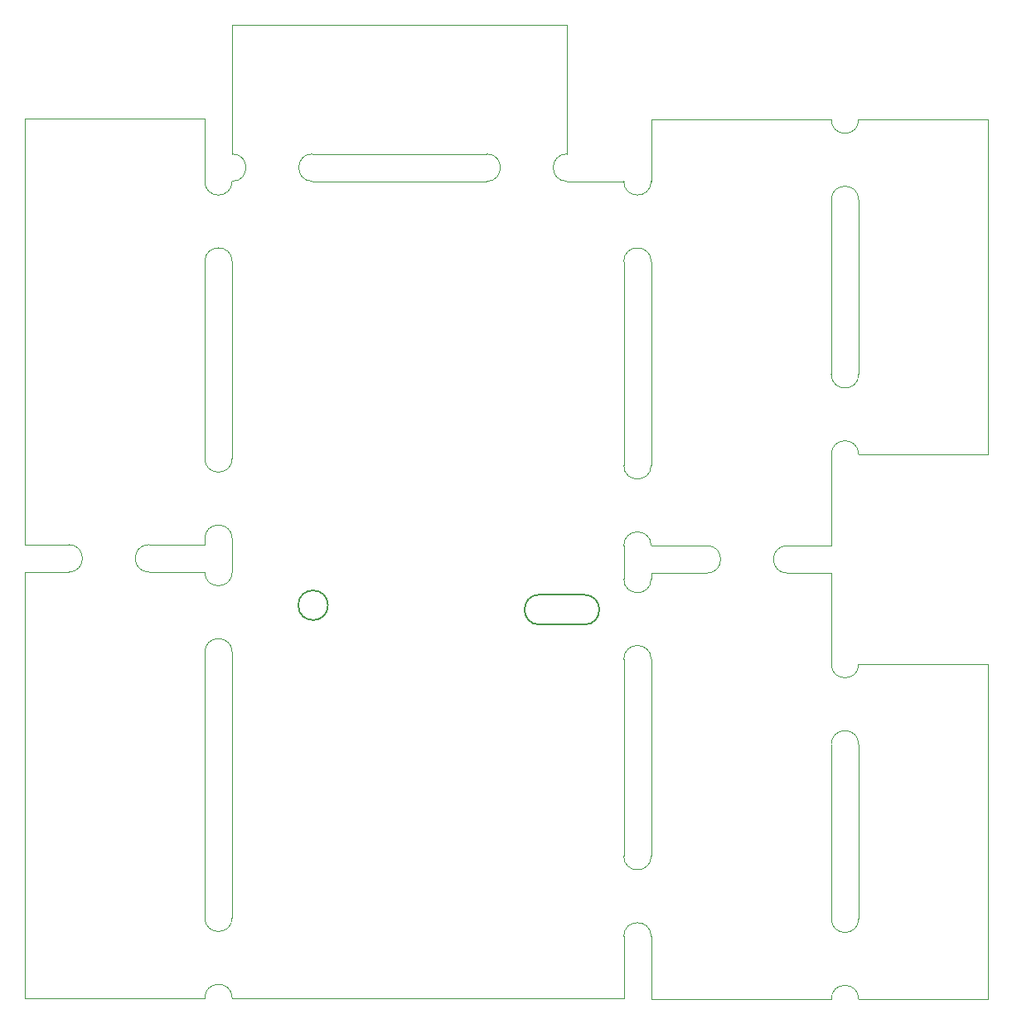
<source format=gbr>
%TF.GenerationSoftware,KiCad,Pcbnew,(6.0.1)*%
%TF.CreationDate,2022-04-04T10:53:51-04:00*%
%TF.ProjectId,arduino_usb_c,61726475-696e-46f5-9f75-73625f632e6b,rev?*%
%TF.SameCoordinates,Original*%
%TF.FileFunction,Profile,NP*%
%FSLAX46Y46*%
G04 Gerber Fmt 4.6, Leading zero omitted, Abs format (unit mm)*
G04 Created by KiCad (PCBNEW (6.0.1)) date 2022-04-04 10:53:51*
%MOMM*%
%LPD*%
G01*
G04 APERTURE LIST*
%TA.AperFunction,Profile*%
%ADD10C,0.100000*%
%TD*%
%TA.AperFunction,Profile*%
%ADD11C,0.200000*%
%TD*%
%TA.AperFunction,Profile*%
%ADD12C,0.120000*%
%TD*%
G04 APERTURE END LIST*
D10*
X184000000Y-96800000D02*
X184000000Y-106103327D01*
X200000000Y-96800000D02*
X186800000Y-96800000D01*
X179500000Y-106103327D02*
X184000000Y-106103327D01*
X122800000Y-117000000D02*
X122800000Y-144100000D01*
X162800000Y-97903327D02*
X162800000Y-77100000D01*
X122800000Y-105400000D02*
X122800000Y-108800000D01*
D11*
X154203400Y-114172000D02*
X158775400Y-114172000D01*
D10*
X122800000Y-66100000D02*
X122800000Y-52900000D01*
X120000000Y-108800000D02*
X114300000Y-108800000D01*
D11*
X132578871Y-112190800D02*
G75*
G03*
X132578871Y-112190800I-1514871J0D01*
G01*
D10*
X184000000Y-152400000D02*
X165603250Y-152373727D01*
X165600000Y-77100000D02*
X165600000Y-97903327D01*
X165600000Y-68900000D02*
X165600000Y-62603327D01*
X157000000Y-52900000D02*
X157000000Y-66100000D01*
X106100000Y-108800000D02*
X101600000Y-108800000D01*
D11*
X158775400Y-114172000D02*
G75*
G03*
X158775400Y-111124000I0J1524000D01*
G01*
D10*
X157000000Y-68900000D02*
X162800000Y-68900000D01*
X122800000Y-97200000D02*
X122800000Y-77100000D01*
X119996750Y-106029600D02*
X120000000Y-105400000D01*
X122800000Y-52900000D02*
X157000000Y-52900000D01*
X101596750Y-106029600D02*
X106100000Y-106000000D01*
X120000000Y-77100000D02*
X120000000Y-97200000D01*
X184000000Y-70800000D02*
X184000000Y-88600000D01*
X186800000Y-118200000D02*
X200000000Y-118200000D01*
X120000000Y-144100000D02*
X120000000Y-117000000D01*
X131000000Y-66100000D02*
X148800000Y-66100000D01*
D11*
X158775400Y-111124000D02*
X154203400Y-111102979D01*
D10*
X162800000Y-109503327D02*
X162800000Y-106103327D01*
X184000000Y-126400000D02*
X184000000Y-144200000D01*
X165600000Y-146003327D02*
X165603250Y-152373727D01*
X186800000Y-126400000D02*
X186800000Y-144200000D01*
X165600000Y-106103327D02*
X171300000Y-106103327D01*
X101596750Y-62529600D02*
X101596750Y-106029600D01*
X120000000Y-152300000D02*
X101600000Y-152300000D01*
X184003250Y-108873727D02*
X184000000Y-118200000D01*
X165600000Y-137803327D02*
X165600000Y-117703327D01*
X114300000Y-106000000D02*
X119996750Y-106029600D01*
X171300000Y-108903327D02*
X165603250Y-108873727D01*
X186800000Y-62600000D02*
X200000000Y-62600000D01*
X165603250Y-108873727D02*
X165600000Y-109503327D01*
X184003250Y-108873727D02*
X179500000Y-108903327D01*
X120000000Y-68900000D02*
X119996750Y-62529600D01*
X162800000Y-152300000D02*
X122800000Y-152300000D01*
X101596750Y-62529600D02*
X119996750Y-62529600D01*
X200000000Y-118200000D02*
X200000000Y-152400000D01*
X186800000Y-70800000D02*
X186800000Y-88600000D01*
X165600000Y-62603327D02*
X184000000Y-62603327D01*
X131000000Y-68900000D02*
X148800000Y-68900000D01*
X200000000Y-152400000D02*
X186800000Y-152400000D01*
X162800000Y-146003327D02*
X162800000Y-152300000D01*
D11*
X154203400Y-111102978D02*
G75*
G03*
X154203400Y-114172000I2J-1534511D01*
G01*
D10*
X162800000Y-117703327D02*
X162800000Y-137803327D01*
X101600000Y-152300000D02*
X101600000Y-108800000D01*
X200000000Y-62600000D02*
X200000000Y-96800000D01*
D12*
%TO.C,REF\u002A\u002A*%
X186800000Y-96800000D02*
G75*
G03*
X184000000Y-96800000I-1400000J0D01*
G01*
X184000000Y-88600000D02*
G75*
G03*
X186800000Y-88600000I1400000J0D01*
G01*
X148800000Y-68900000D02*
G75*
G03*
X148800000Y-66100000I0J1400000D01*
G01*
X157000000Y-66100000D02*
G75*
G03*
X157000000Y-68900000I0J-1400000D01*
G01*
X162800000Y-97903327D02*
G75*
G03*
X165600000Y-97903327I1400000J0D01*
G01*
X165600000Y-106103327D02*
G75*
G03*
X162800000Y-106103327I-1400000J0D01*
G01*
X165600000Y-117703327D02*
G75*
G03*
X162800000Y-117703327I-1400000J0D01*
G01*
X162800000Y-109503327D02*
G75*
G03*
X165600000Y-109503327I1400000J0D01*
G01*
X106100000Y-108800000D02*
G75*
G03*
X106100000Y-106000000I0J1400000D01*
G01*
X114300000Y-106000000D02*
G75*
G03*
X114300000Y-108800000I0J-1400000D01*
G01*
X120000000Y-108800000D02*
G75*
G03*
X122800000Y-108800000I1400000J0D01*
G01*
X122800000Y-117000000D02*
G75*
G03*
X120000000Y-117000000I-1400000J0D01*
G01*
X165600000Y-146003327D02*
G75*
G03*
X162800000Y-146003327I-1400000J0D01*
G01*
X162800000Y-137803327D02*
G75*
G03*
X165600000Y-137803327I1400000J0D01*
G01*
X171300000Y-108903327D02*
G75*
G03*
X171300000Y-106103327I0J1400000D01*
G01*
X179500000Y-106103327D02*
G75*
G03*
X179500000Y-108903327I0J-1400000D01*
G01*
X186800000Y-152400000D02*
G75*
G03*
X184000000Y-152400000I-1400000J0D01*
G01*
X184000000Y-144200000D02*
G75*
G03*
X186800000Y-144200000I1400000J0D01*
G01*
X122800000Y-77100000D02*
G75*
G03*
X120000000Y-77100000I-1400000J0D01*
G01*
X120000000Y-68900000D02*
G75*
G03*
X122800000Y-68900000I1400000J0D01*
G01*
X122800000Y-68900000D02*
G75*
G03*
X122800000Y-66100000I0J1400000D01*
G01*
X131000000Y-66100000D02*
G75*
G03*
X131000000Y-68900000I0J-1400000D01*
G01*
X120000000Y-144100000D02*
G75*
G03*
X122800000Y-144100000I1400000J0D01*
G01*
X122800000Y-152300000D02*
G75*
G03*
X120000000Y-152300000I-1400000J0D01*
G01*
X165600000Y-77100000D02*
G75*
G03*
X162800000Y-77100000I-1400000J0D01*
G01*
X162800000Y-68900000D02*
G75*
G03*
X165600000Y-68900000I1400000J0D01*
G01*
X186800000Y-70800000D02*
G75*
G03*
X184000000Y-70800000I-1400000J0D01*
G01*
X184000000Y-62600000D02*
G75*
G03*
X186800000Y-62600000I1400000J0D01*
G01*
X184000000Y-118200000D02*
G75*
G03*
X186800000Y-118200000I1400000J0D01*
G01*
X186800000Y-126400000D02*
G75*
G03*
X184000000Y-126400000I-1400000J0D01*
G01*
X120000000Y-97200000D02*
G75*
G03*
X122800000Y-97200000I1400000J0D01*
G01*
X122800000Y-105400000D02*
G75*
G03*
X120000000Y-105400000I-1400000J0D01*
G01*
%TD*%
M02*

</source>
